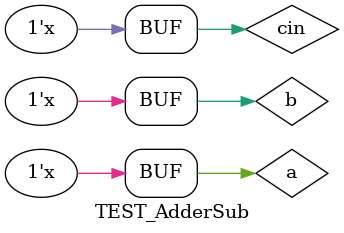
<source format=v>
`timescale 1ns / 1ps


module TEST_AdderSub;

	// Inputs
	reg a;
	reg b;
	reg cin;

	// Outputs
	wire sum;
	wire carry;

	// Instantiate the Unit Under Test (UUT)
	AdderSub uut (
		.sum(sum), 
		.carry(carry), 
		.a(a), 
		.b(b), 
		.cin(cin)
	);

	initial begin
		// Initialize Inputs
		a = 0;
		b = 0;
		cin = 0;

		// Wait 100 ns for global reset to finish
		#100;
        
		// Add stimulus here

	end
	always begin
		#1 {a,b,cin} = {a,b,cin} +1;
	end
      
endmodule


</source>
